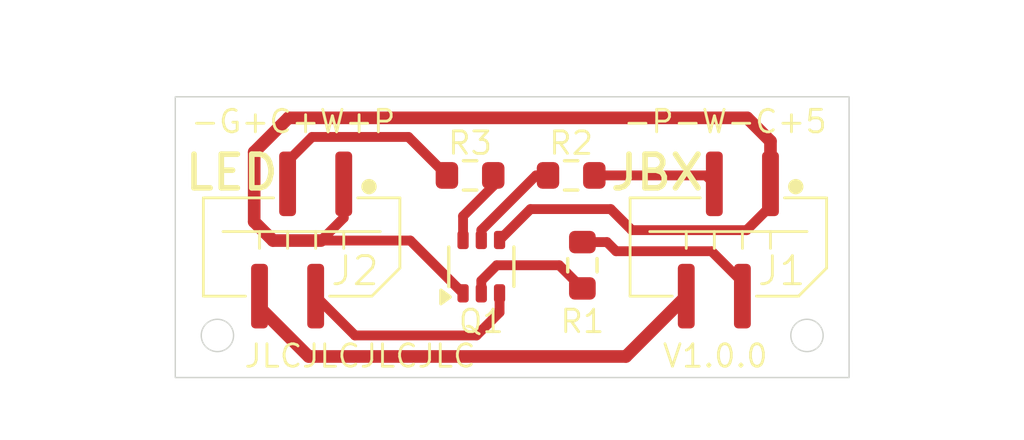
<source format=kicad_pcb>
(kicad_pcb (version 20240108) (generator "pcbnew") (generator_version "8.0")
  (layers (0 "F.Cu" signal) (31 "B.Cu" signal) (34 "B.Paste" user) (35 "F.Paste" user) (36 "B.SilkS" user "B.Silkscreen") (37 "F.SilkS" user "F.Silkscreen") (38 "B.Mask" user) (39 "F.Mask" user) (44 "Edge.Cuts" user))
  (net 0 "")
  (net 1 "Net-(J1-Pin_2)")
  (net 2 "Net-(J1-Pin_4)")
  (net 3 "Net-(J1-Pin_1)")
  (net 4 "Net-(J1-Pin_3)")
  (net 5 "Net-(J2-Pin_3)")
  (net 6 "Net-(J2-Pin_2)")
  (net 7 "Net-(Q1B-B2)")
  (net 8 "Net-(Q1A-C1)")
  (net 9 "Net-(Q1A-B1)")
  (footprint "Package_TO_SOT_SMD:SOT-363_SC-70-6" (layer "F.Cu") (at 128.4 100.55 90)
    (property "Reference" "Q1" (at -1.95 0 180) (layer "F.SilkS") (effects (font (size 0.8 0.8) (thickness 0.1))))
    (property "Value" "MMDT5401")
    (fp_line (start -0.71 -1.16) (end 0.7 -1.16) (stroke (width 0.12)) (layer "F.SilkS"))
    (fp_line (start -0.7 1.16) (end 0.7 1.16) (stroke (width 0.12)) (layer "F.SilkS"))
    (fp_poly (pts (xy -1.08 -1.11) (xy -1.32 -1.44) (xy -0.84 -1.44) (xy -1.08 -1.11)) (stroke (width 0.12)) (fill solid) (layer "F.SilkS"))
    (pad "1" smd roundrect (at -0.95 -0.65 90) (size 0.65 0.4) (layers "F.Cu" "F.Paste" "F.Mask") (net 3 "Net-(J1-Pin_1)"))
    (pad "2" smd roundrect (at -0.95 0 90) (size 0.65 0.4) (layers "F.Cu" "F.Paste" "F.Mask") (net 9 "Net-(Q1A-B1)"))
    (pad "3" smd roundrect (at -0.95 0.65 90) (size 0.65 0.4) (layers "F.Cu" "F.Paste" "F.Mask") (net 6 "Net-(J2-Pin_2)"))
    (pad "4" smd roundrect (at 0.95 0.65 90) (size 0.65 0.4) (layers "F.Cu" "F.Paste" "F.Mask") (net 3 "Net-(J1-Pin_1)"))
    (pad "5" smd roundrect (at 0.95 0 90) (size 0.65 0.4) (layers "F.Cu" "F.Paste" "F.Mask") (net 7 "Net-(Q1B-B2)"))
    (pad "6" smd roundrect (at 0.95 -0.65 90) (size 0.65 0.4) (layers "F.Cu" "F.Paste" "F.Mask") (net 8 "Net-(Q1A-C1)"))
  )
  (footprint "Resistor_SMD:R_0603_1608Metric" (layer "F.Cu") (at 128 97.3)
    (property "Reference" "R3" (at 0 -1.15 0) (layer "F.SilkS") (effects (font (size 0.8 0.8) (thickness 0.1))))
    (property "Value" "75Ω")
    (fp_line (start -0.237258 -0.5225) (end 0.237258 -0.5225) (stroke (width 0.12)) (layer "F.SilkS"))
    (fp_line (start -0.237258 0.5225) (end 0.237258 0.5225) (stroke (width 0.12)) (layer "F.SilkS"))
    (pad "1" smd roundrect (at -0.825 0) (size 0.8 0.95) (layers "F.Cu" "F.Paste" "F.Mask") (net 5 "Net-(J2-Pin_3)"))
    (pad "2" smd roundrect (at 0.825 0) (size 0.8 0.95) (layers "F.Cu" "F.Paste" "F.Mask") (net 8 "Net-(Q1A-C1)"))
  )
  (footprint "Resistor_SMD:R_0603_1608Metric" (layer "F.Cu") (at 131.6 97.3)
    (property "Reference" "R2" (at 0 -1.15 0) (layer "F.SilkS") (effects (font (size 0.8 0.8) (thickness 0.1))))
    (property "Value" "2.4KΩ")
    (fp_line (start -0.237258 -0.5225) (end 0.237258 -0.5225) (stroke (width 0.12)) (layer "F.SilkS"))
    (fp_line (start -0.237258 0.5225) (end 0.237258 0.5225) (stroke (width 0.12)) (layer "F.SilkS"))
    (pad "1" smd roundrect (at -0.825 0) (size 0.8 0.95) (layers "F.Cu" "F.Paste" "F.Mask") (net 7 "Net-(Q1B-B2)"))
    (pad "2" smd roundrect (at 0.825 0) (size 0.8 0.95) (layers "F.Cu" "F.Paste" "F.Mask") (net 4 "Net-(J1-Pin_3)"))
  )
  (footprint "JuiceAdapter-Library:STWXE FC38-04N0-AHS" (layer "F.Cu") (at 122 99.6 180)
    (property "Reference" "J2" (at -1.9 -1.1 0) (layer "F.SilkS") (effects (font (thickness 0.1))))
    (property "Value" "Conn_01x04_Pin")
    (fp_line (start 3.5 1.5) (end 1 1.5) (stroke (width 0.1)) (layer "F.SilkS"))
    (fp_line (start 3.5 -2) (end 3.5 1.5) (stroke (width 0.1)) (layer "F.SilkS"))
    (fp_line (start 3.5 -2) (end 2 -2) (stroke (width 0.1)) (layer "F.SilkS"))
    (fp_line (start 1.5 -0.3) (end 1.5 0.3) (stroke (width 0.1)) (layer "F.SilkS"))
    (fp_line (start 0.5 -0.3) (end 0.5 0.3) (stroke (width 0.1)) (layer "F.SilkS"))
    (fp_line (start -0.5 -0.3) (end -0.5 0.3) (stroke (width 0.1)) (layer "F.SilkS"))
    (fp_line (start -1.5 -0.3) (end -1.5 0.3) (stroke (width 0.1)) (layer "F.SilkS"))
    (fp_line (start -2 1.5) (end -3.5 1.5) (stroke (width 0.1)) (layer "F.SilkS"))
    (fp_line (start -2.5 -2) (end -1 -2) (stroke (width 0.1)) (layer "F.SilkS"))
    (fp_line (start -2.5 -2) (end -3.5 -1) (stroke (width 0.1)) (layer "F.SilkS"))
    (fp_line (start -2.8 0.3) (end 2.8 0.3) (stroke (width 0.1)) (layer "F.SilkS"))
    (fp_line (start -3.5 1.5) (end -3.5 -1) (stroke (width 0.1)) (layer "F.SilkS"))
    (fp_circle (center -2.4 1.9) (end -2.176393 1.9) (stroke (width 0.1)) (fill solid) (layer "F.SilkS"))
    (pad "1" smd roundrect (at -1.5 2 180) (size 0.6 2.3) (layers "F.Cu" "F.Paste" "F.Mask") (net 3 "Net-(J1-Pin_1)"))
    (pad "2" smd roundrect (at -0.5 -2 180) (size 0.6 2.3) (layers "F.Cu" "F.Paste" "F.Mask") (net 6 "Net-(J2-Pin_2)"))
    (pad "3" smd roundrect (at 0.5 2 180) (size 0.6 2.3) (layers "F.Cu" "F.Paste" "F.Mask") (net 5 "Net-(J2-Pin_3)"))
    (pad "4" smd roundrect (at 1.5 -2 180) (size 0.6 2.3) (layers "F.Cu" "F.Paste" "F.Mask") (net 2 "Net-(J1-Pin_4)"))
  )
  (footprint "JuiceAdapter-Library:STWXE FC38-04N0-AHS" (layer "F.Cu") (at 137.2 99.6 180)
    (property "Reference" "J1" (at -1.9 -1.1 0) (layer "F.SilkS") (effects (font (thickness 0.1))))
    (property "Value" "Conn_01x04_Pin")
    (fp_line (start 3.5 1.5) (end 1 1.5) (stroke (width 0.1)) (layer "F.SilkS"))
    (fp_line (start 3.5 -2) (end 3.5 1.5) (stroke (width 0.1)) (layer "F.SilkS"))
    (fp_line (start 3.5 -2) (end 2 -2) (stroke (width 0.1)) (layer "F.SilkS"))
    (fp_line (start 1.5 -0.3) (end 1.5 0.3) (stroke (width 0.1)) (layer "F.SilkS"))
    (fp_line (start 0.5 -0.3) (end 0.5 0.3) (stroke (width 0.1)) (layer "F.SilkS"))
    (fp_line (start -0.5 -0.3) (end -0.5 0.3) (stroke (width 0.1)) (layer "F.SilkS"))
    (fp_line (start -1.5 -0.3) (end -1.5 0.3) (stroke (width 0.1)) (layer "F.SilkS"))
    (fp_line (start -2 1.5) (end -3.5 1.5) (stroke (width 0.1)) (layer "F.SilkS"))
    (fp_line (start -2.5 -2) (end -1 -2) (stroke (width 0.1)) (layer "F.SilkS"))
    (fp_line (start -2.5 -2) (end -3.5 -1) (stroke (width 0.1)) (layer "F.SilkS"))
    (fp_line (start -2.8 0.3) (end 2.8 0.3) (stroke (width 0.1)) (layer "F.SilkS"))
    (fp_line (start -3.5 1.5) (end -3.5 -1) (stroke (width 0.1)) (layer "F.SilkS"))
    (fp_circle (center -2.4 1.9) (end -2.176393 1.9) (stroke (width 0.1)) (fill solid) (layer "F.SilkS"))
    (pad "1" smd roundrect (at -1.5 2 180) (size 0.6 2.3) (layers "F.Cu" "F.Paste" "F.Mask") (net 3 "Net-(J1-Pin_1)"))
    (pad "2" smd roundrect (at -0.5 -2 180) (size 0.6 2.3) (layers "F.Cu" "F.Paste" "F.Mask") (net 1 "Net-(J1-Pin_2)"))
    (pad "3" smd roundrect (at 0.5 2 180) (size 0.6 2.3) (layers "F.Cu" "F.Paste" "F.Mask") (net 4 "Net-(J1-Pin_3)"))
    (pad "4" smd roundrect (at 1.5 -2 180) (size 0.6 2.3) (layers "F.Cu" "F.Paste" "F.Mask") (net 2 "Net-(J1-Pin_4)"))
  )
  (footprint "Resistor_SMD:R_0603_1608Metric" (layer "F.Cu") (at 132 100.5 90)
    (property "Reference" "R1" (at -2 0 180) (layer "F.SilkS") (effects (font (size 0.8 0.8) (thickness 0.1))))
    (property "Value" "2.4KΩ")
    (fp_line (start -0.237258 -0.5225) (end 0.237258 -0.5225) (stroke (width 0.12)) (layer "F.SilkS"))
    (fp_line (start -0.237258 0.5225) (end 0.237258 0.5225) (stroke (width 0.12)) (layer "F.SilkS"))
    (pad "1" smd roundrect (at -0.825 0 90) (size 0.8 0.95) (layers "F.Cu" "F.Paste" "F.Mask") (net 9 "Net-(Q1A-B1)"))
    (pad "2" smd roundrect (at 0.825 0 90) (size 0.8 0.95) (layers "F.Cu" "F.Paste" "F.Mask") (net 1 "Net-(J1-Pin_2)"))
  )
  (gr_rect (start 117.5 94.5) (end 141.5 104.5) (stroke (width 0.05)) (fill none) (layer "Edge.Cuts"))
  (gr_circle (center 119 103) (end 119.576 103) (stroke (width 0.05)) (fill none) (layer "Edge.Cuts"))
  (gr_circle (center 140 103) (end 140.576 103) (stroke (width 0.05)) (fill none) (layer "Edge.Cuts"))
  (gr_text "V1.0.0" (at 134.8 104.2 0) (layer "F.SilkS") (effects (font (size 0.8 0.8) (thickness 0.1)) (justify left bottom)))
  (gr_text "-G+C+W+P" (at 118 95.85 0) (layer "F.SilkS") (effects (font (size 0.8 0.8) (thickness 0.1)) (justify left bottom)))
  (gr_text "-P-W-C+5" (at 133.4 95.85 0) (layer "F.SilkS") (effects (font (size 0.8 0.8) (thickness 0.1)) (justify left bottom)))
  (gr_text "JLCJLCJLCJLC" (at 119.9 104.2 0) (layer "F.SilkS") (effects (font (size 0.8 0.8) (thickness 0.1)) (justify left bottom)))
  (gr_text "JBX" (at 132.9 97.9 0) (layer "F.SilkS") (effects (font (size 1.2 1.2) (thickness 0.2) (bold yes)) (justify left bottom)))
  (gr_text "LED" (at 117.75 97.9 0) (layer "F.SilkS") (effects (font (size 1.2 1.2) (thickness 0.2) (bold yes)) (justify left bottom)))
  (segment (start 136.6 100) (end 137.7 101.1) (width 0.35) (layer "F.Cu") (net 1))
  (segment (start 132.875 99.675) (end 133.2 100) (width 0.35) (layer "F.Cu") (net 1))
  (segment (start 137.7 101.1) (end 137.7 101.6) (width 0.35) (layer "F.Cu") (net 1))
  (segment (start 132 99.675) (end 132.875 99.675) (width 0.35) (layer "F.Cu") (net 1))
  (segment (start 133.2 100) (end 136.6 100) (width 0.35) (layer "F.Cu") (net 1))
  (segment (start 122.25 103.75) (end 120.5 102) (width 0.45) (layer "F.Cu") (net 2))
  (segment (start 120.5 102) (end 120.5 101.6) (width 0.45) (layer "F.Cu") (net 2))
  (segment (start 133.55 103.75) (end 122.25 103.75) (width 0.45) (layer "F.Cu") (net 2))
  (segment (start 135.7 101.6) (end 133.55 103.75) (width 0.45) (layer "F.Cu") (net 2))
  (segment (start 120.31 96.47) (end 120.31 98.95) (width 0.45) (layer "F.Cu") (net 3))
  (segment (start 120.98 99.62) (end 122.69 99.62) (width 0.45) (layer "F.Cu") (net 3))
  (segment (start 137.87 95.25) (end 121.53 95.25) (width 0.45) (layer "F.Cu") (net 3))
  (segment (start 130.15 98.5) (end 133.009357 98.5) (width 0.35) (layer "F.Cu") (net 3))
  (segment (start 133.009357 98.5) (end 133.759357 99.25) (width 0.35) (layer "F.Cu") (net 3))
  (segment (start 137.85 99.25) (end 138.7 98.4) (width 0.35) (layer "F.Cu") (net 3))
  (segment (start 120.31 98.95) (end 120.98 99.62) (width 0.45) (layer "F.Cu") (net 3))
  (segment (start 122.69 99.62) (end 123.5 98.81) (width 0.35) (layer "F.Cu") (net 3))
  (segment (start 138.7 96.08) (end 138.7 97.6) (width 0.45) (layer "F.Cu") (net 3))
  (segment (start 138.7 98.4) (end 138.7 97.6) (width 0.35) (layer "F.Cu") (net 3))
  (segment (start 122.69 99.62) (end 125.87 99.62) (width 0.35) (layer "F.Cu") (net 3))
  (segment (start 133.759357 99.25) (end 137.85 99.25) (width 0.35) (layer "F.Cu") (net 3))
  (segment (start 121.53 95.25) (end 120.31 96.47) (width 0.45) (layer "F.Cu") (net 3))
  (segment (start 129.05 99.6) (end 130.15 98.5) (width 0.35) (layer "F.Cu") (net 3))
  (segment (start 125.87 99.62) (end 127.75 101.5) (width 0.35) (layer "F.Cu") (net 3))
  (segment (start 123.5 98.81) (end 123.5 97.6) (width 0.35) (layer "F.Cu") (net 3))
  (segment (start 138.7 96.08) (end 137.87 95.25) (width 0.45) (layer "F.Cu") (net 3))
  (segment (start 136.4 97.3) (end 136.7 97.6) (width 0.35) (layer "F.Cu") (net 4))
  (segment (start 132.425 97.3) (end 136.4 97.3) (width 0.35) (layer "F.Cu") (net 4))
  (segment (start 125.805 95.93) (end 127.175 97.3) (width 0.35) (layer "F.Cu") (net 5))
  (segment (start 121.5 96.8) (end 122.37 95.93) (width 0.35) (layer "F.Cu") (net 5))
  (segment (start 122.37 95.93) (end 125.805 95.93) (width 0.35) (layer "F.Cu") (net 5))
  (segment (start 121.5 97.6) (end 121.5 96.8) (width 0.35) (layer "F.Cu") (net 5))
  (segment (start 129.05 101.5) (end 129.05 102.18) (width 0.35) (layer "F.Cu") (net 6))
  (segment (start 128.23 103) (end 123.9 103) (width 0.35) (layer "F.Cu") (net 6))
  (segment (start 122.6 101.5) (end 122.5 101.6) (width 0.35) (layer "F.Cu") (net 6))
  (segment (start 129.05 102.18) (end 128.23 103) (width 0.35) (layer "F.Cu") (net 6))
  (segment (start 123.9 103) (end 122.5 101.6) (width 0.35) (layer "F.Cu") (net 6))
  (segment (start 130.775 97.3) (end 130.350478 97.3) (width 0.35) (layer "F.Cu") (net 7))
  (segment (start 128.4 99.250478) (end 128.4 99.6) (width 0.35) (layer "F.Cu") (net 7))
  (segment (start 130.350478 97.3) (end 128.4 99.250478) (width 0.35) (layer "F.Cu") (net 7))
  (segment (start 127.75 98.75) (end 127.75 99.6) (width 0.35) (layer "F.Cu") (net 8))
  (segment (start 128.825 97.675) (end 127.75 98.75) (width 0.35) (layer "F.Cu") (net 8))
  (segment (start 128.825 97.3) (end 128.825 97.675) (width 0.35) (layer "F.Cu") (net 8))
  (segment (start 128.4 101.5) (end 128.4 101.05) (width 0.35) (layer "F.Cu") (net 9))
  (segment (start 128.95 100.5) (end 131.175 100.5) (width 0.35) (layer "F.Cu") (net 9))
  (segment (start 131.175 100.5) (end 132 101.325) (width 0.35) (layer "F.Cu") (net 9))
  (segment (start 128.4 101.05) (end 128.95 100.5) (width 0.35) (layer "F.Cu") (net 9))
)
</source>
